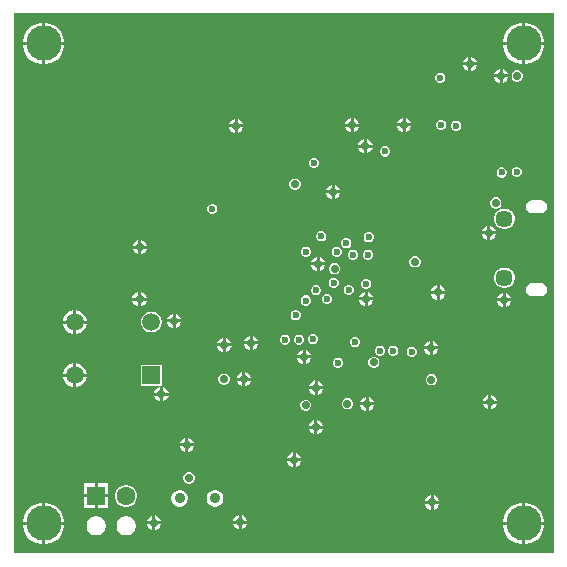
<source format=gbr>
G04*
G04 #@! TF.GenerationSoftware,Altium Limited,Altium Designer,24.8.2 (39)*
G04*
G04 Layer_Physical_Order=2*
G04 Layer_Color=36540*
%FSLAX26Y26*%
%MOIN*%
G70*
G04*
G04 #@! TF.SameCoordinates,943EF9C2-7E4B-4E9F-8D88-1E315B4C2DD2*
G04*
G04*
G04 #@! TF.FilePolarity,Positive*
G04*
G01*
G75*
%ADD56R,0.059055X0.059055*%
%ADD57C,0.059055*%
%ADD59C,0.057087*%
%ADD60C,0.062992*%
%ADD61R,0.062992X0.062992*%
%ADD62C,0.035433*%
%ADD68C,0.118110*%
%ADD69C,0.027559*%
%ADD70C,0.023622*%
G36*
X1800000Y0D02*
X0D01*
Y1800000D01*
X1800000D01*
Y0D01*
D02*
G37*
%LPC*%
G36*
X1706801Y1769055D02*
X1705000D01*
Y1705000D01*
X1769055D01*
Y1706801D01*
X1766401Y1720143D01*
X1761196Y1732710D01*
X1753639Y1744020D01*
X1744020Y1753639D01*
X1732710Y1761196D01*
X1720143Y1766401D01*
X1706801Y1769055D01*
D02*
G37*
G36*
X1695000D02*
X1693199D01*
X1679857Y1766401D01*
X1667290Y1761196D01*
X1655980Y1753639D01*
X1646361Y1744020D01*
X1638804Y1732710D01*
X1633599Y1720143D01*
X1630945Y1706801D01*
Y1705000D01*
X1695000D01*
Y1769055D01*
D02*
G37*
G36*
X106801D02*
X105000D01*
Y1705000D01*
X169055D01*
Y1706801D01*
X166401Y1720143D01*
X161196Y1732710D01*
X153639Y1744020D01*
X144020Y1753639D01*
X132710Y1761196D01*
X120143Y1766401D01*
X106801Y1769055D01*
D02*
G37*
G36*
X95000D02*
X93199D01*
X79857Y1766401D01*
X67290Y1761196D01*
X55980Y1753639D01*
X46361Y1744020D01*
X38804Y1732710D01*
X33599Y1720143D01*
X30945Y1706801D01*
Y1705000D01*
X95000D01*
Y1769055D01*
D02*
G37*
G36*
X1526000Y1655668D02*
Y1637000D01*
X1544668D01*
X1541159Y1645470D01*
X1534470Y1652159D01*
X1526000Y1655668D01*
D02*
G37*
G36*
X1516000D02*
X1507530Y1652159D01*
X1500841Y1645470D01*
X1497332Y1637000D01*
X1516000D01*
Y1655668D01*
D02*
G37*
G36*
X1769055Y1695000D02*
X1705000D01*
Y1630945D01*
X1706801D01*
X1720143Y1633599D01*
X1732710Y1638804D01*
X1744020Y1646361D01*
X1753639Y1655980D01*
X1761196Y1667290D01*
X1766401Y1679857D01*
X1769055Y1693199D01*
Y1695000D01*
D02*
G37*
G36*
X1695000D02*
X1630945D01*
Y1693199D01*
X1633599Y1679857D01*
X1638804Y1667290D01*
X1646361Y1655980D01*
X1655980Y1646361D01*
X1667290Y1638804D01*
X1679857Y1633599D01*
X1693199Y1630945D01*
X1695000D01*
Y1695000D01*
D02*
G37*
G36*
X169055D02*
X105000D01*
Y1630945D01*
X106801D01*
X120143Y1633599D01*
X132710Y1638804D01*
X144020Y1646361D01*
X153639Y1655980D01*
X161196Y1667290D01*
X166401Y1679857D01*
X169055Y1693199D01*
Y1695000D01*
D02*
G37*
G36*
X95000D02*
X30945D01*
Y1693199D01*
X33599Y1679857D01*
X38804Y1667290D01*
X46361Y1655980D01*
X55980Y1646361D01*
X67290Y1638804D01*
X79857Y1633599D01*
X93199Y1630945D01*
X95000D01*
Y1695000D01*
D02*
G37*
G36*
X1544668Y1627000D02*
X1526000D01*
Y1608332D01*
X1534470Y1611841D01*
X1541159Y1618530D01*
X1544668Y1627000D01*
D02*
G37*
G36*
X1516000D02*
X1497332D01*
X1500841Y1618530D01*
X1507530Y1611841D01*
X1516000Y1608332D01*
Y1627000D01*
D02*
G37*
G36*
X1631000Y1615668D02*
Y1597000D01*
X1649668D01*
X1646159Y1605470D01*
X1639470Y1612159D01*
X1631000Y1615668D01*
D02*
G37*
G36*
X1621000D02*
X1612530Y1612159D01*
X1605841Y1605470D01*
X1602332Y1597000D01*
X1621000D01*
Y1615668D01*
D02*
G37*
G36*
X1682736Y1610780D02*
X1675264D01*
X1668362Y1607920D01*
X1663080Y1602638D01*
X1660220Y1595736D01*
Y1588264D01*
X1663080Y1581362D01*
X1668362Y1576080D01*
X1675264Y1573220D01*
X1682736D01*
X1689638Y1576080D01*
X1694920Y1581362D01*
X1697780Y1588264D01*
Y1595736D01*
X1694920Y1602638D01*
X1689638Y1607920D01*
X1682736Y1610780D01*
D02*
G37*
G36*
X1426344Y1602811D02*
X1419656D01*
X1413477Y1600252D01*
X1408748Y1595523D01*
X1406189Y1589344D01*
Y1582656D01*
X1408748Y1576477D01*
X1413477Y1571748D01*
X1419656Y1569189D01*
X1426344D01*
X1432523Y1571748D01*
X1437252Y1576477D01*
X1439811Y1582656D01*
Y1589344D01*
X1437252Y1595523D01*
X1432523Y1600252D01*
X1426344Y1602811D01*
D02*
G37*
G36*
X1649668Y1587000D02*
X1631000D01*
Y1568332D01*
X1639470Y1571841D01*
X1646159Y1578530D01*
X1649668Y1587000D01*
D02*
G37*
G36*
X1621000D02*
X1602332D01*
X1605841Y1578530D01*
X1612530Y1571841D01*
X1621000Y1568332D01*
Y1587000D01*
D02*
G37*
G36*
X1307000Y1452668D02*
Y1434000D01*
X1325668D01*
X1322159Y1442470D01*
X1315470Y1449159D01*
X1307000Y1452668D01*
D02*
G37*
G36*
X1297000D02*
X1288530Y1449159D01*
X1281841Y1442470D01*
X1278332Y1434000D01*
X1297000D01*
Y1452668D01*
D02*
G37*
G36*
X1134000Y1451668D02*
Y1433000D01*
X1152668D01*
X1149159Y1441470D01*
X1142470Y1448159D01*
X1134000Y1451668D01*
D02*
G37*
G36*
X1124000D02*
X1115530Y1448159D01*
X1108841Y1441470D01*
X1105332Y1433000D01*
X1124000D01*
Y1451668D01*
D02*
G37*
G36*
X747000Y1448668D02*
Y1430000D01*
X765668D01*
X762159Y1438470D01*
X755470Y1445159D01*
X747000Y1448668D01*
D02*
G37*
G36*
X737000D02*
X728530Y1445159D01*
X721841Y1438470D01*
X718332Y1430000D01*
X737000D01*
Y1448668D01*
D02*
G37*
G36*
X1429344Y1444811D02*
X1422656D01*
X1416477Y1442252D01*
X1411748Y1437523D01*
X1409189Y1431344D01*
Y1424656D01*
X1411748Y1418477D01*
X1416477Y1413748D01*
X1422656Y1411189D01*
X1429344D01*
X1435523Y1413748D01*
X1440252Y1418477D01*
X1442811Y1424656D01*
Y1431344D01*
X1440252Y1437523D01*
X1435523Y1442252D01*
X1429344Y1444811D01*
D02*
G37*
G36*
X1479344Y1442811D02*
X1472656D01*
X1466477Y1440252D01*
X1461748Y1435523D01*
X1459189Y1429344D01*
Y1422656D01*
X1461748Y1416477D01*
X1466477Y1411748D01*
X1472656Y1409189D01*
X1479344D01*
X1485523Y1411748D01*
X1490252Y1416477D01*
X1492811Y1422656D01*
Y1429344D01*
X1490252Y1435523D01*
X1485523Y1440252D01*
X1479344Y1442811D01*
D02*
G37*
G36*
X1325668Y1424000D02*
X1307000D01*
Y1405332D01*
X1315470Y1408841D01*
X1322159Y1415530D01*
X1325668Y1424000D01*
D02*
G37*
G36*
X1297000D02*
X1278332D01*
X1281841Y1415530D01*
X1288530Y1408841D01*
X1297000Y1405332D01*
Y1424000D01*
D02*
G37*
G36*
X1152668Y1423000D02*
X1134000D01*
Y1404332D01*
X1142470Y1407841D01*
X1149159Y1414530D01*
X1152668Y1423000D01*
D02*
G37*
G36*
X1124000D02*
X1105332D01*
X1108841Y1414530D01*
X1115530Y1407841D01*
X1124000Y1404332D01*
Y1423000D01*
D02*
G37*
G36*
X765668Y1420000D02*
X747000D01*
Y1401332D01*
X755470Y1404841D01*
X762159Y1411530D01*
X765668Y1420000D01*
D02*
G37*
G36*
X737000D02*
X718332D01*
X721841Y1411530D01*
X728530Y1404841D01*
X737000Y1401332D01*
Y1420000D01*
D02*
G37*
G36*
X1178000Y1381668D02*
Y1363000D01*
X1196668D01*
X1193159Y1371470D01*
X1186470Y1378159D01*
X1178000Y1381668D01*
D02*
G37*
G36*
X1168000D02*
X1159530Y1378159D01*
X1152841Y1371470D01*
X1149332Y1363000D01*
X1168000D01*
Y1381668D01*
D02*
G37*
G36*
X1196668Y1353000D02*
X1178000D01*
Y1334332D01*
X1186470Y1337841D01*
X1193159Y1344530D01*
X1196668Y1353000D01*
D02*
G37*
G36*
X1168000D02*
X1149332D01*
X1152841Y1344530D01*
X1159530Y1337841D01*
X1168000Y1334332D01*
Y1353000D01*
D02*
G37*
G36*
X1242344Y1356811D02*
X1235656D01*
X1229477Y1354252D01*
X1224748Y1349523D01*
X1222189Y1343344D01*
Y1336656D01*
X1224748Y1330477D01*
X1229477Y1325748D01*
X1235656Y1323189D01*
X1242344D01*
X1248523Y1325748D01*
X1253252Y1330477D01*
X1255811Y1336656D01*
Y1343344D01*
X1253252Y1349523D01*
X1248523Y1354252D01*
X1242344Y1356811D01*
D02*
G37*
G36*
X1004344Y1317811D02*
X997656D01*
X991477Y1315252D01*
X986748Y1310523D01*
X984189Y1304344D01*
Y1297656D01*
X986748Y1291477D01*
X991477Y1286748D01*
X997656Y1284189D01*
X1004344D01*
X1010523Y1286748D01*
X1015252Y1291477D01*
X1017811Y1297656D01*
Y1304344D01*
X1015252Y1310523D01*
X1010523Y1315252D01*
X1004344Y1317811D01*
D02*
G37*
G36*
X1680344Y1287811D02*
X1673656D01*
X1667477Y1285252D01*
X1662748Y1280523D01*
X1660189Y1274344D01*
Y1267656D01*
X1662748Y1261477D01*
X1667477Y1256748D01*
X1673656Y1254189D01*
X1680344D01*
X1686523Y1256748D01*
X1691252Y1261477D01*
X1693811Y1267656D01*
Y1274344D01*
X1691252Y1280523D01*
X1686523Y1285252D01*
X1680344Y1287811D01*
D02*
G37*
G36*
X1630344Y1286811D02*
X1623656D01*
X1617477Y1284252D01*
X1612748Y1279523D01*
X1610189Y1273344D01*
Y1266656D01*
X1612748Y1260477D01*
X1617477Y1255748D01*
X1623656Y1253189D01*
X1630344D01*
X1636523Y1255748D01*
X1641252Y1260477D01*
X1643811Y1266656D01*
Y1273344D01*
X1641252Y1279523D01*
X1636523Y1284252D01*
X1630344Y1286811D01*
D02*
G37*
G36*
X941736Y1249780D02*
X934264D01*
X927362Y1246920D01*
X922080Y1241638D01*
X919221Y1234736D01*
Y1227264D01*
X922080Y1220362D01*
X927362Y1215080D01*
X934264Y1212220D01*
X941736D01*
X948638Y1215080D01*
X953920Y1220362D01*
X956779Y1227264D01*
Y1234736D01*
X953920Y1241638D01*
X948638Y1246920D01*
X941736Y1249780D01*
D02*
G37*
G36*
X1070000Y1229668D02*
Y1211000D01*
X1088668D01*
X1085159Y1219470D01*
X1078470Y1226159D01*
X1070000Y1229668D01*
D02*
G37*
G36*
X1060000D02*
X1051530Y1226159D01*
X1044841Y1219470D01*
X1041332Y1211000D01*
X1060000D01*
Y1229668D01*
D02*
G37*
G36*
X1088668Y1201000D02*
X1070000D01*
Y1182332D01*
X1078470Y1185841D01*
X1085159Y1192530D01*
X1088668Y1201000D01*
D02*
G37*
G36*
X1060000D02*
X1041332D01*
X1044841Y1192530D01*
X1051530Y1185841D01*
X1060000Y1182332D01*
Y1201000D01*
D02*
G37*
G36*
X1611550Y1186965D02*
X1604079D01*
X1597177Y1184106D01*
X1591894Y1178823D01*
X1589035Y1171921D01*
Y1164450D01*
X1591894Y1157548D01*
X1597177Y1152265D01*
X1604079Y1149406D01*
X1611550D01*
X1618452Y1152265D01*
X1623735Y1157548D01*
X1626594Y1164450D01*
Y1171921D01*
X1623735Y1178823D01*
X1618452Y1184106D01*
X1611550Y1186965D01*
D02*
G37*
G36*
X1756693Y1177852D02*
X1729134D01*
X1720624Y1176160D01*
X1713409Y1171339D01*
X1708589Y1164124D01*
X1706896Y1155614D01*
X1708589Y1147104D01*
X1713409Y1139889D01*
X1720624Y1135069D01*
X1729134Y1133376D01*
X1756693D01*
X1765203Y1135069D01*
X1772418Y1139889D01*
X1777239Y1147104D01*
X1778931Y1155614D01*
X1777239Y1164124D01*
X1772418Y1171339D01*
X1765203Y1176160D01*
X1756693Y1177852D01*
D02*
G37*
G36*
X666344Y1165811D02*
X659656D01*
X653477Y1163252D01*
X648748Y1158523D01*
X646189Y1152344D01*
Y1145656D01*
X648748Y1139477D01*
X653477Y1134748D01*
X659656Y1132189D01*
X666344D01*
X672523Y1134748D01*
X677252Y1139477D01*
X679811Y1145656D01*
Y1152344D01*
X677252Y1158523D01*
X672523Y1163252D01*
X666344Y1165811D01*
D02*
G37*
G36*
X1641031Y1149787D02*
X1632198D01*
X1623667Y1147501D01*
X1616018Y1143085D01*
X1609773Y1136840D01*
X1605357Y1129191D01*
X1603071Y1120660D01*
Y1111828D01*
X1605357Y1103297D01*
X1609773Y1095648D01*
X1616018Y1089403D01*
X1623667Y1084987D01*
X1632198Y1082701D01*
X1641031D01*
X1649562Y1084987D01*
X1657210Y1089403D01*
X1663456Y1095648D01*
X1667872Y1103297D01*
X1670158Y1111828D01*
Y1120660D01*
X1667872Y1129191D01*
X1663456Y1136840D01*
X1657210Y1143085D01*
X1649562Y1147501D01*
X1641031Y1149787D01*
D02*
G37*
G36*
X1589000Y1092668D02*
Y1074000D01*
X1607668D01*
X1604159Y1082470D01*
X1597470Y1089159D01*
X1589000Y1092668D01*
D02*
G37*
G36*
X1579000D02*
X1570530Y1089159D01*
X1563841Y1082470D01*
X1560332Y1074000D01*
X1579000D01*
Y1092668D01*
D02*
G37*
G36*
X1607668Y1064000D02*
X1589000D01*
Y1045332D01*
X1597470Y1048841D01*
X1604159Y1055530D01*
X1607668Y1064000D01*
D02*
G37*
G36*
X1579000D02*
X1560332D01*
X1563841Y1055530D01*
X1570530Y1048841D01*
X1579000Y1045332D01*
Y1064000D01*
D02*
G37*
G36*
X1029344Y1073811D02*
X1022656D01*
X1016477Y1071252D01*
X1011748Y1066523D01*
X1009189Y1060344D01*
Y1053656D01*
X1011748Y1047477D01*
X1016477Y1042748D01*
X1022656Y1040189D01*
X1029344D01*
X1035523Y1042748D01*
X1040252Y1047477D01*
X1042811Y1053656D01*
Y1060344D01*
X1040252Y1066523D01*
X1035523Y1071252D01*
X1029344Y1073811D01*
D02*
G37*
G36*
X1187344Y1070840D02*
X1180656D01*
X1174477Y1068281D01*
X1169748Y1063552D01*
X1167189Y1057373D01*
Y1050685D01*
X1169748Y1044507D01*
X1174477Y1039778D01*
X1180656Y1037218D01*
X1187344D01*
X1193523Y1039778D01*
X1198252Y1044507D01*
X1200811Y1050685D01*
Y1057373D01*
X1198252Y1063552D01*
X1193523Y1068281D01*
X1187344Y1070840D01*
D02*
G37*
G36*
X426000Y1044668D02*
Y1026000D01*
X444668D01*
X441159Y1034470D01*
X434470Y1041159D01*
X426000Y1044668D01*
D02*
G37*
G36*
X416000D02*
X407530Y1041159D01*
X400841Y1034470D01*
X397332Y1026000D01*
X416000D01*
Y1044668D01*
D02*
G37*
G36*
X1112644Y1050882D02*
X1105956D01*
X1099777Y1048322D01*
X1095048Y1043593D01*
X1092489Y1037415D01*
Y1030727D01*
X1095048Y1024548D01*
X1099777Y1019819D01*
X1105956Y1017260D01*
X1112644D01*
X1118822Y1019819D01*
X1123551Y1024548D01*
X1126111Y1030727D01*
Y1037415D01*
X1123551Y1043593D01*
X1118822Y1048322D01*
X1112644Y1050882D01*
D02*
G37*
G36*
X444668Y1016000D02*
X426000D01*
Y997332D01*
X434470Y1000841D01*
X441159Y1007530D01*
X444668Y1016000D01*
D02*
G37*
G36*
X416000D02*
X397332D01*
X400841Y1007530D01*
X407530Y1000841D01*
X416000Y997332D01*
Y1016000D01*
D02*
G37*
G36*
X978386Y1022853D02*
X971698D01*
X965519Y1020293D01*
X960790Y1015564D01*
X958231Y1009386D01*
Y1002698D01*
X960790Y996519D01*
X965519Y991790D01*
X971698Y989231D01*
X978386D01*
X984564Y991790D01*
X989293Y996519D01*
X991853Y1002698D01*
Y1009386D01*
X989293Y1015564D01*
X984564Y1020293D01*
X978386Y1022853D01*
D02*
G37*
G36*
X1080344Y1022811D02*
X1073656D01*
X1067477Y1020252D01*
X1062748Y1015523D01*
X1060189Y1009344D01*
Y1002656D01*
X1062748Y996477D01*
X1067477Y991748D01*
X1073656Y989189D01*
X1080344D01*
X1086523Y991748D01*
X1091252Y996477D01*
X1093811Y1002656D01*
Y1009344D01*
X1091252Y1015523D01*
X1086523Y1020252D01*
X1080344Y1022811D01*
D02*
G37*
G36*
X1184344Y1012811D02*
X1177656D01*
X1171477Y1010252D01*
X1166748Y1005523D01*
X1164189Y999344D01*
Y992656D01*
X1166748Y986477D01*
X1171477Y981748D01*
X1177656Y979189D01*
X1184344D01*
X1190523Y981748D01*
X1195252Y986477D01*
X1197811Y992656D01*
Y999344D01*
X1195252Y1005523D01*
X1190523Y1010252D01*
X1184344Y1012811D01*
D02*
G37*
G36*
X1134344D02*
X1127656D01*
X1121477Y1010252D01*
X1116748Y1005523D01*
X1114189Y999344D01*
Y992656D01*
X1116748Y986477D01*
X1121477Y981748D01*
X1127656Y979189D01*
X1134344D01*
X1140523Y981748D01*
X1145252Y986477D01*
X1147811Y992656D01*
Y999344D01*
X1145252Y1005523D01*
X1140523Y1010252D01*
X1134344Y1012811D01*
D02*
G37*
G36*
X1021000Y989668D02*
Y971000D01*
X1039668D01*
X1036159Y979470D01*
X1029470Y986159D01*
X1021000Y989668D01*
D02*
G37*
G36*
X1011000D02*
X1002530Y986159D01*
X995841Y979470D01*
X992332Y971000D01*
X1011000D01*
Y989668D01*
D02*
G37*
G36*
X1341736Y991000D02*
X1334264D01*
X1327362Y988141D01*
X1322080Y982858D01*
X1319220Y975956D01*
Y968485D01*
X1322080Y961583D01*
X1327362Y956300D01*
X1334264Y953441D01*
X1341736D01*
X1348638Y956300D01*
X1353920Y961583D01*
X1356780Y968485D01*
Y975956D01*
X1353920Y982858D01*
X1348638Y988141D01*
X1341736Y991000D01*
D02*
G37*
G36*
X1039668Y961000D02*
X1021000D01*
Y942332D01*
X1029470Y945841D01*
X1036159Y952530D01*
X1039668Y961000D01*
D02*
G37*
G36*
X1011000D02*
X992332D01*
X995841Y952530D01*
X1002530Y945841D01*
X1011000Y942332D01*
Y961000D01*
D02*
G37*
G36*
X1073736Y967779D02*
X1066264D01*
X1059362Y964920D01*
X1054080Y959638D01*
X1051220Y952736D01*
Y945264D01*
X1054080Y938362D01*
X1059362Y933080D01*
X1066264Y930221D01*
X1073736D01*
X1080638Y933080D01*
X1085920Y938362D01*
X1088780Y945264D01*
Y952736D01*
X1085920Y959638D01*
X1080638Y964920D01*
X1073736Y967779D01*
D02*
G37*
G36*
X1070344Y919811D02*
X1063656D01*
X1057477Y917252D01*
X1052748Y912523D01*
X1050189Y906344D01*
Y899656D01*
X1052748Y893477D01*
X1057477Y888748D01*
X1063656Y886189D01*
X1070344D01*
X1076523Y888748D01*
X1081252Y893477D01*
X1083811Y899656D01*
Y906344D01*
X1081252Y912523D01*
X1076523Y917252D01*
X1070344Y919811D01*
D02*
G37*
G36*
X1641031Y952937D02*
X1632198D01*
X1623667Y950651D01*
X1616018Y946235D01*
X1609773Y939990D01*
X1605357Y932341D01*
X1603071Y923810D01*
Y914978D01*
X1605357Y906447D01*
X1609773Y898798D01*
X1616018Y892552D01*
X1623667Y888136D01*
X1632198Y885850D01*
X1641031D01*
X1649562Y888136D01*
X1657210Y892552D01*
X1663456Y898798D01*
X1667872Y906447D01*
X1670158Y914978D01*
Y923810D01*
X1667872Y932341D01*
X1663456Y939990D01*
X1657210Y946235D01*
X1649562Y950651D01*
X1641031Y952937D01*
D02*
G37*
G36*
X1179344Y915811D02*
X1172656D01*
X1166477Y913252D01*
X1161748Y908523D01*
X1159189Y902344D01*
Y895656D01*
X1161748Y889477D01*
X1166477Y884748D01*
X1172656Y882189D01*
X1179344D01*
X1185523Y884748D01*
X1190252Y889477D01*
X1192811Y895656D01*
Y902344D01*
X1190252Y908523D01*
X1185523Y913252D01*
X1179344Y915811D01*
D02*
G37*
G36*
X1420000Y893668D02*
Y875000D01*
X1438668D01*
X1435159Y883470D01*
X1428470Y890159D01*
X1420000Y893668D01*
D02*
G37*
G36*
X1410000D02*
X1401530Y890159D01*
X1394841Y883470D01*
X1391332Y875000D01*
X1410000D01*
Y893668D01*
D02*
G37*
G36*
X1120344Y895811D02*
X1113656D01*
X1107477Y893252D01*
X1102748Y888523D01*
X1100189Y882344D01*
Y875656D01*
X1102748Y869477D01*
X1107477Y864748D01*
X1113656Y862189D01*
X1120344D01*
X1126523Y864748D01*
X1131252Y869477D01*
X1133811Y875656D01*
Y882344D01*
X1131252Y888523D01*
X1126523Y893252D01*
X1120344Y895811D01*
D02*
G37*
G36*
X1011344Y893811D02*
X1004656D01*
X998477Y891252D01*
X993748Y886523D01*
X991189Y880344D01*
Y873656D01*
X993748Y867477D01*
X998477Y862748D01*
X1004656Y860189D01*
X1011344D01*
X1017523Y862748D01*
X1022252Y867477D01*
X1024811Y873656D01*
Y880344D01*
X1022252Y886523D01*
X1017523Y891252D01*
X1011344Y893811D01*
D02*
G37*
G36*
X1756693Y902262D02*
X1729134D01*
X1720624Y900569D01*
X1713409Y895749D01*
X1708589Y888534D01*
X1706896Y880024D01*
X1708589Y871513D01*
X1713409Y864299D01*
X1720624Y859478D01*
X1729134Y857785D01*
X1756693D01*
X1765203Y859478D01*
X1772418Y864299D01*
X1777239Y871513D01*
X1778931Y880024D01*
X1777239Y888534D01*
X1772418Y895749D01*
X1765203Y900569D01*
X1756693Y902262D01*
D02*
G37*
G36*
X1181000Y872668D02*
Y854000D01*
X1199668D01*
X1196159Y862470D01*
X1189470Y869159D01*
X1181000Y872668D01*
D02*
G37*
G36*
X1171000D02*
X1162530Y869159D01*
X1155841Y862470D01*
X1152332Y854000D01*
X1171000D01*
Y872668D01*
D02*
G37*
G36*
X425000Y870668D02*
Y852000D01*
X443668D01*
X440159Y860470D01*
X433470Y867159D01*
X425000Y870668D01*
D02*
G37*
G36*
X415000D02*
X406530Y867159D01*
X399841Y860470D01*
X396332Y852000D01*
X415000D01*
Y870668D01*
D02*
G37*
G36*
X1640000Y869668D02*
Y851000D01*
X1658668D01*
X1655159Y859470D01*
X1648470Y866159D01*
X1640000Y869668D01*
D02*
G37*
G36*
X1630000D02*
X1621530Y866159D01*
X1614841Y859470D01*
X1611332Y851000D01*
X1630000D01*
Y869668D01*
D02*
G37*
G36*
X1438668Y865000D02*
X1420000D01*
Y846332D01*
X1428470Y849841D01*
X1435159Y856530D01*
X1438668Y865000D01*
D02*
G37*
G36*
X1410000D02*
X1391332D01*
X1394841Y856530D01*
X1401530Y849841D01*
X1410000Y846332D01*
Y865000D01*
D02*
G37*
G36*
X1048533Y864811D02*
X1041845D01*
X1035666Y862252D01*
X1030937Y857523D01*
X1028378Y851344D01*
Y844656D01*
X1030937Y838477D01*
X1035666Y833748D01*
X1041845Y831189D01*
X1048533D01*
X1054712Y833748D01*
X1059441Y838477D01*
X1062000Y844656D01*
Y851344D01*
X1059441Y857523D01*
X1054712Y862252D01*
X1048533Y864811D01*
D02*
G37*
G36*
X977219Y860000D02*
X970531D01*
X964352Y857440D01*
X959623Y852711D01*
X957064Y846533D01*
Y839845D01*
X959623Y833666D01*
X964352Y828937D01*
X970531Y826378D01*
X977219D01*
X983398Y828937D01*
X988126Y833666D01*
X990686Y839845D01*
Y846533D01*
X988126Y852711D01*
X983398Y857440D01*
X977219Y860000D01*
D02*
G37*
G36*
X1199668Y844000D02*
X1181000D01*
Y825332D01*
X1189470Y828841D01*
X1196159Y835530D01*
X1199668Y844000D01*
D02*
G37*
G36*
X1171000D02*
X1152332D01*
X1155841Y835530D01*
X1162530Y828841D01*
X1171000Y825332D01*
Y844000D01*
D02*
G37*
G36*
X443668Y842000D02*
X425000D01*
Y823332D01*
X433470Y826841D01*
X440159Y833530D01*
X443668Y842000D01*
D02*
G37*
G36*
X415000D02*
X396332D01*
X399841Y833530D01*
X406530Y826841D01*
X415000Y823332D01*
Y842000D01*
D02*
G37*
G36*
X1658668Y841000D02*
X1640000D01*
Y822332D01*
X1648470Y825841D01*
X1655159Y832530D01*
X1658668Y841000D01*
D02*
G37*
G36*
X1630000D02*
X1611332D01*
X1614841Y832530D01*
X1621530Y825841D01*
X1630000Y822332D01*
Y841000D01*
D02*
G37*
G36*
X540210Y799878D02*
Y781210D01*
X558878D01*
X555369Y789680D01*
X548680Y796369D01*
X540210Y799878D01*
D02*
G37*
G36*
X530210D02*
X521740Y796369D01*
X515051Y789680D01*
X511542Y781210D01*
X530210D01*
Y799878D01*
D02*
G37*
G36*
X943690Y810811D02*
X937003D01*
X930824Y808252D01*
X926095Y803523D01*
X923535Y797344D01*
Y790656D01*
X926095Y784477D01*
X930824Y779748D01*
X937003Y777189D01*
X943690D01*
X949869Y779748D01*
X954598Y784477D01*
X957157Y790656D01*
Y797344D01*
X954598Y803523D01*
X949869Y808252D01*
X943690Y810811D01*
D02*
G37*
G36*
X209251Y811110D02*
X209047D01*
Y776583D01*
X243575D01*
Y776787D01*
X240881Y786840D01*
X235677Y795853D01*
X228318Y803212D01*
X219304Y808416D01*
X209251Y811110D01*
D02*
G37*
G36*
X199047D02*
X198844D01*
X188790Y808416D01*
X179777Y803212D01*
X172417Y795853D01*
X167214Y786840D01*
X164520Y776787D01*
Y776583D01*
X199047D01*
Y811110D01*
D02*
G37*
G36*
X558878Y771210D02*
X540210D01*
Y752542D01*
X548680Y756051D01*
X555369Y762740D01*
X558878Y771210D01*
D02*
G37*
G36*
X530210D02*
X511542D01*
X515051Y762740D01*
X521740Y756051D01*
X530210Y752542D01*
Y771210D01*
D02*
G37*
G36*
X464498Y806110D02*
X455407D01*
X446626Y803757D01*
X438752Y799211D01*
X432324Y792783D01*
X427778Y784910D01*
X425425Y776128D01*
Y767037D01*
X427778Y758255D01*
X432324Y750382D01*
X438752Y743954D01*
X446626Y739408D01*
X455407Y737055D01*
X464498D01*
X473280Y739408D01*
X481153Y743954D01*
X487582Y750382D01*
X492127Y758255D01*
X494480Y767037D01*
Y776128D01*
X492127Y784910D01*
X487582Y792783D01*
X481153Y799211D01*
X473280Y803757D01*
X464498Y806110D01*
D02*
G37*
G36*
X243575Y766583D02*
X209047D01*
Y732055D01*
X209251D01*
X219304Y734749D01*
X228318Y739953D01*
X235677Y747312D01*
X240881Y756326D01*
X243575Y766379D01*
Y766583D01*
D02*
G37*
G36*
X199047D02*
X164520D01*
Y766379D01*
X167214Y756326D01*
X172417Y747312D01*
X179777Y739953D01*
X188790Y734749D01*
X198844Y732055D01*
X199047D01*
Y766583D01*
D02*
G37*
G36*
X797000Y725668D02*
Y707000D01*
X815668D01*
X812159Y715470D01*
X805470Y722159D01*
X797000Y725668D01*
D02*
G37*
G36*
X787000D02*
X778530Y722159D01*
X771841Y715470D01*
X768332Y707000D01*
X787000D01*
Y725668D01*
D02*
G37*
G36*
X708000Y719668D02*
Y701000D01*
X726668D01*
X723159Y709470D01*
X716470Y716159D01*
X708000Y719668D01*
D02*
G37*
G36*
X698000D02*
X689530Y716159D01*
X682841Y709470D01*
X679332Y701000D01*
X698000D01*
Y719668D01*
D02*
G37*
G36*
X1002344Y731024D02*
X995656D01*
X989477Y728464D01*
X984748Y723735D01*
X982189Y717557D01*
Y710869D01*
X984748Y704690D01*
X989477Y699961D01*
X995656Y697402D01*
X1002344D01*
X1008523Y699961D01*
X1013252Y704690D01*
X1015811Y710869D01*
Y717557D01*
X1013252Y723735D01*
X1008523Y728464D01*
X1002344Y731024D01*
D02*
G37*
G36*
X955344Y729811D02*
X948656D01*
X942477Y727252D01*
X937748Y722523D01*
X935189Y716344D01*
Y709656D01*
X937748Y703477D01*
X942477Y698748D01*
X948656Y696189D01*
X955344D01*
X961523Y698748D01*
X966252Y703477D01*
X968811Y709656D01*
Y716344D01*
X966252Y722523D01*
X961523Y727252D01*
X955344Y729811D01*
D02*
G37*
G36*
X908344D02*
X901656D01*
X895477Y727252D01*
X890748Y722523D01*
X888189Y716344D01*
Y709656D01*
X890748Y703477D01*
X895477Y698748D01*
X901656Y696189D01*
X908344D01*
X914523Y698748D01*
X919252Y703477D01*
X921811Y709656D01*
Y716344D01*
X919252Y722523D01*
X914523Y727252D01*
X908344Y729811D01*
D02*
G37*
G36*
X1397000Y708668D02*
Y690000D01*
X1415668D01*
X1412159Y698470D01*
X1405470Y705159D01*
X1397000Y708668D01*
D02*
G37*
G36*
X1387000D02*
X1378530Y705159D01*
X1371841Y698470D01*
X1368332Y690000D01*
X1387000D01*
Y708668D01*
D02*
G37*
G36*
X1142344Y720811D02*
X1135656D01*
X1129477Y718252D01*
X1124748Y713523D01*
X1122189Y707344D01*
Y700656D01*
X1124748Y694477D01*
X1129477Y689748D01*
X1135656Y687189D01*
X1142344D01*
X1148523Y689748D01*
X1153252Y694477D01*
X1155811Y700656D01*
Y707344D01*
X1153252Y713523D01*
X1148523Y718252D01*
X1142344Y720811D01*
D02*
G37*
G36*
X815668Y697000D02*
X797000D01*
Y678332D01*
X805470Y681841D01*
X812159Y688530D01*
X815668Y697000D01*
D02*
G37*
G36*
X787000D02*
X768332D01*
X771841Y688530D01*
X778530Y681841D01*
X787000Y678332D01*
Y697000D01*
D02*
G37*
G36*
X726668Y691000D02*
X708000D01*
Y672332D01*
X716470Y675841D01*
X723159Y682530D01*
X726668Y691000D01*
D02*
G37*
G36*
X698000D02*
X679332D01*
X682841Y682530D01*
X689530Y675841D01*
X698000Y672332D01*
Y691000D01*
D02*
G37*
G36*
X1415668Y680000D02*
X1397000D01*
Y661332D01*
X1405470Y664841D01*
X1412159Y671530D01*
X1415668Y680000D01*
D02*
G37*
G36*
X1387000D02*
X1368332D01*
X1371841Y671530D01*
X1378530Y664841D01*
X1387000Y661332D01*
Y680000D01*
D02*
G37*
G36*
X974000Y678668D02*
Y660000D01*
X992668D01*
X989159Y668470D01*
X982470Y675159D01*
X974000Y678668D01*
D02*
G37*
G36*
X964000D02*
X955530Y675159D01*
X948841Y668470D01*
X945332Y660000D01*
X964000D01*
Y678668D01*
D02*
G37*
G36*
X1269344Y692811D02*
X1262656D01*
X1256477Y690252D01*
X1251748Y685523D01*
X1249189Y679344D01*
Y672656D01*
X1251748Y666477D01*
X1256477Y661748D01*
X1262656Y659189D01*
X1269344D01*
X1275523Y661748D01*
X1280252Y666477D01*
X1282811Y672656D01*
Y679344D01*
X1280252Y685523D01*
X1275523Y690252D01*
X1269344Y692811D01*
D02*
G37*
G36*
X1224344D02*
X1217656D01*
X1211477Y690252D01*
X1206748Y685523D01*
X1204189Y679344D01*
Y672656D01*
X1206748Y666477D01*
X1211477Y661748D01*
X1217656Y659189D01*
X1224344D01*
X1230523Y661748D01*
X1235252Y666477D01*
X1237811Y672656D01*
Y679344D01*
X1235252Y685523D01*
X1230523Y690252D01*
X1224344Y692811D01*
D02*
G37*
G36*
X1330344Y689811D02*
X1323656D01*
X1317477Y687252D01*
X1312748Y682523D01*
X1310189Y676344D01*
Y669656D01*
X1312748Y663477D01*
X1317477Y658748D01*
X1323656Y656189D01*
X1330344D01*
X1336523Y658748D01*
X1341252Y663477D01*
X1343811Y669656D01*
Y676344D01*
X1341252Y682523D01*
X1336523Y687252D01*
X1330344Y689811D01*
D02*
G37*
G36*
X992668Y650000D02*
X974000D01*
Y631332D01*
X982470Y634841D01*
X989159Y641530D01*
X992668Y650000D01*
D02*
G37*
G36*
X964000D02*
X945332D01*
X948841Y641530D01*
X955530Y634841D01*
X964000Y631332D01*
Y650000D01*
D02*
G37*
G36*
X1084344Y652811D02*
X1077656D01*
X1071477Y650252D01*
X1066748Y645523D01*
X1064189Y639344D01*
Y632656D01*
X1066748Y626477D01*
X1071477Y621748D01*
X1077656Y619189D01*
X1084344D01*
X1090523Y621748D01*
X1095252Y626477D01*
X1097811Y632656D01*
Y639344D01*
X1095252Y645523D01*
X1090523Y650252D01*
X1084344Y652811D01*
D02*
G37*
G36*
X1204736Y655779D02*
X1197264D01*
X1190362Y652920D01*
X1185080Y647638D01*
X1182220Y640736D01*
Y633264D01*
X1185080Y626362D01*
X1190362Y621080D01*
X1197264Y618221D01*
X1204736D01*
X1211638Y621080D01*
X1216920Y626362D01*
X1219780Y633264D01*
Y640736D01*
X1216920Y647638D01*
X1211638Y652920D01*
X1204736Y655779D01*
D02*
G37*
G36*
X209251Y633945D02*
X209047D01*
Y599417D01*
X243575D01*
Y599621D01*
X240881Y609674D01*
X235677Y618688D01*
X228318Y626047D01*
X219304Y631251D01*
X209251Y633945D01*
D02*
G37*
G36*
X199047D02*
X198844D01*
X188790Y631251D01*
X179777Y626047D01*
X172417Y618688D01*
X167214Y609674D01*
X164520Y599621D01*
Y599417D01*
X199047D01*
Y633945D01*
D02*
G37*
G36*
X772000Y604668D02*
Y586000D01*
X790668D01*
X787159Y594470D01*
X780470Y601159D01*
X772000Y604668D01*
D02*
G37*
G36*
X762000D02*
X753530Y601159D01*
X746841Y594470D01*
X743332Y586000D01*
X762000D01*
Y604668D01*
D02*
G37*
G36*
X705736Y599779D02*
X698264D01*
X691362Y596920D01*
X686080Y591638D01*
X683221Y584736D01*
Y577264D01*
X686080Y570362D01*
X691362Y565080D01*
X698264Y562221D01*
X705736D01*
X712638Y565080D01*
X717920Y570362D01*
X720779Y577264D01*
Y584736D01*
X717920Y591638D01*
X712638Y596920D01*
X705736Y599779D01*
D02*
G37*
G36*
X1396736Y597779D02*
X1389264D01*
X1382362Y594920D01*
X1377080Y589638D01*
X1374220Y582736D01*
Y575264D01*
X1377080Y568362D01*
X1382362Y563080D01*
X1389264Y560221D01*
X1396736D01*
X1403638Y563080D01*
X1408920Y568362D01*
X1411780Y575264D01*
Y582736D01*
X1408920Y589638D01*
X1403638Y594920D01*
X1396736Y597779D01*
D02*
G37*
G36*
X494480Y628945D02*
X425425D01*
Y559890D01*
X494480D01*
Y628945D01*
D02*
G37*
G36*
X1014000Y576668D02*
Y558000D01*
X1032668D01*
X1029159Y566470D01*
X1022470Y573159D01*
X1014000Y576668D01*
D02*
G37*
G36*
X1004000D02*
X995530Y573159D01*
X988841Y566470D01*
X985332Y558000D01*
X1004000D01*
Y576668D01*
D02*
G37*
G36*
X790668Y576000D02*
X772000D01*
Y557332D01*
X780470Y560841D01*
X787159Y567530D01*
X790668Y576000D01*
D02*
G37*
G36*
X762000D02*
X743332D01*
X746841Y567530D01*
X753530Y560841D01*
X762000Y557332D01*
Y576000D01*
D02*
G37*
G36*
X243575Y589417D02*
X209047D01*
Y554890D01*
X209251D01*
X219304Y557583D01*
X228318Y562787D01*
X235677Y570147D01*
X240881Y579160D01*
X243575Y589213D01*
Y589417D01*
D02*
G37*
G36*
X199047D02*
X164520D01*
Y589213D01*
X167214Y579160D01*
X172417Y570147D01*
X179777Y562787D01*
X188790Y557583D01*
X198844Y554890D01*
X199047D01*
Y589417D01*
D02*
G37*
G36*
X498000Y554668D02*
Y536000D01*
X516668D01*
X513159Y544470D01*
X506470Y551159D01*
X498000Y554668D01*
D02*
G37*
G36*
X488000D02*
X479530Y551159D01*
X472841Y544470D01*
X469332Y536000D01*
X488000D01*
Y554668D01*
D02*
G37*
G36*
X1032668Y548000D02*
X1014000D01*
Y529332D01*
X1022470Y532841D01*
X1029159Y539530D01*
X1032668Y548000D01*
D02*
G37*
G36*
X1004000D02*
X985332D01*
X988841Y539530D01*
X995530Y532841D01*
X1004000Y529332D01*
Y548000D01*
D02*
G37*
G36*
X1592000Y527668D02*
Y509000D01*
X1610668D01*
X1607159Y517470D01*
X1600470Y524159D01*
X1592000Y527668D01*
D02*
G37*
G36*
X1582000D02*
X1573530Y524159D01*
X1566841Y517470D01*
X1563332Y509000D01*
X1582000D01*
Y527668D01*
D02*
G37*
G36*
X516668Y526000D02*
X498000D01*
Y507332D01*
X506470Y510841D01*
X513159Y517530D01*
X516668Y526000D01*
D02*
G37*
G36*
X488000D02*
X469332D01*
X472841Y517530D01*
X479530Y510841D01*
X488000Y507332D01*
Y526000D01*
D02*
G37*
G36*
X1184501Y521999D02*
Y503332D01*
X1203169D01*
X1199660Y511802D01*
X1192971Y518491D01*
X1184501Y521999D01*
D02*
G37*
G36*
X1174501D02*
X1166031Y518491D01*
X1159342Y511802D01*
X1155833Y503332D01*
X1174501D01*
Y521999D01*
D02*
G37*
G36*
X1610668Y499000D02*
X1592000D01*
Y480332D01*
X1600470Y483841D01*
X1607159Y490530D01*
X1610668Y499000D01*
D02*
G37*
G36*
X1582000D02*
X1563332D01*
X1566841Y490530D01*
X1573530Y483841D01*
X1582000Y480332D01*
Y499000D01*
D02*
G37*
G36*
X1116736Y517779D02*
X1109264D01*
X1102362Y514920D01*
X1097080Y509638D01*
X1094220Y502736D01*
Y495264D01*
X1097080Y488362D01*
X1102362Y483079D01*
X1109264Y480221D01*
X1116736D01*
X1123638Y483079D01*
X1128920Y488362D01*
X1131780Y495264D01*
Y502736D01*
X1128920Y509638D01*
X1123638Y514920D01*
X1116736Y517779D01*
D02*
G37*
G36*
X977736Y512779D02*
X970264D01*
X963362Y509921D01*
X958080Y504638D01*
X955221Y497736D01*
Y490264D01*
X958080Y483362D01*
X963362Y478079D01*
X970264Y475221D01*
X977736D01*
X984638Y478079D01*
X989920Y483362D01*
X992779Y490264D01*
Y497736D01*
X989920Y504638D01*
X984638Y509921D01*
X977736Y512779D01*
D02*
G37*
G36*
X1203169Y493332D02*
X1184501D01*
Y474664D01*
X1192971Y478172D01*
X1199660Y484862D01*
X1203169Y493332D01*
D02*
G37*
G36*
X1174501D02*
X1155833D01*
X1159342Y484862D01*
X1166031Y478172D01*
X1174501Y474664D01*
Y493332D01*
D02*
G37*
G36*
X1013000Y444668D02*
Y426000D01*
X1031668D01*
X1028159Y434470D01*
X1021470Y441159D01*
X1013000Y444668D01*
D02*
G37*
G36*
X1003000D02*
X994530Y441159D01*
X987841Y434470D01*
X984332Y426000D01*
X1003000D01*
Y444668D01*
D02*
G37*
G36*
X1031668Y416000D02*
X1013000D01*
Y397332D01*
X1021470Y400841D01*
X1028159Y407530D01*
X1031668Y416000D01*
D02*
G37*
G36*
X1003000D02*
X984332D01*
X987841Y407530D01*
X994530Y400841D01*
X1003000Y397332D01*
Y416000D01*
D02*
G37*
G36*
X583000Y385668D02*
Y367000D01*
X601668D01*
X598159Y375470D01*
X591470Y382159D01*
X583000Y385668D01*
D02*
G37*
G36*
X573000D02*
X564530Y382159D01*
X557841Y375470D01*
X554332Y367000D01*
X573000D01*
Y385668D01*
D02*
G37*
G36*
X601668Y357000D02*
X583000D01*
Y338332D01*
X591470Y341841D01*
X598159Y348530D01*
X601668Y357000D01*
D02*
G37*
G36*
X573000D02*
X554332D01*
X557841Y348530D01*
X564530Y341841D01*
X573000Y338332D01*
Y357000D01*
D02*
G37*
G36*
X941000Y336668D02*
Y318000D01*
X959668D01*
X956159Y326470D01*
X949470Y333159D01*
X941000Y336668D01*
D02*
G37*
G36*
X931000D02*
X922530Y333159D01*
X915841Y326470D01*
X912332Y318000D01*
X931000D01*
Y336668D01*
D02*
G37*
G36*
X959668Y308000D02*
X941000D01*
Y289332D01*
X949470Y292841D01*
X956159Y299530D01*
X959668Y308000D01*
D02*
G37*
G36*
X931000D02*
X912332D01*
X915841Y299530D01*
X922530Y292841D01*
X931000Y289332D01*
Y308000D01*
D02*
G37*
G36*
X588736Y270779D02*
X581264D01*
X574362Y267921D01*
X569080Y262638D01*
X566221Y255736D01*
Y248264D01*
X569080Y241362D01*
X574362Y236079D01*
X581264Y233220D01*
X588736D01*
X595638Y236079D01*
X600920Y241362D01*
X603779Y248264D01*
Y255736D01*
X600920Y262638D01*
X595638Y267921D01*
X588736Y270779D01*
D02*
G37*
G36*
X316496Y233496D02*
X280000D01*
Y197000D01*
X316496D01*
Y233496D01*
D02*
G37*
G36*
X270000D02*
X233504D01*
Y197000D01*
X270000D01*
Y233496D01*
D02*
G37*
G36*
X1401000Y193668D02*
Y175000D01*
X1419668D01*
X1416159Y183470D01*
X1409470Y190159D01*
X1401000Y193668D01*
D02*
G37*
G36*
X1391000D02*
X1382530Y190159D01*
X1375841Y183470D01*
X1372332Y175000D01*
X1391000D01*
Y193668D01*
D02*
G37*
G36*
X675649Y211716D02*
X668351D01*
X661302Y209828D01*
X654982Y206179D01*
X649821Y201018D01*
X646172Y194698D01*
X644284Y187649D01*
Y180351D01*
X646172Y173302D01*
X649821Y166982D01*
X654982Y161821D01*
X661302Y158172D01*
X668351Y156284D01*
X675649D01*
X682698Y158172D01*
X689018Y161821D01*
X694179Y166982D01*
X697828Y173302D01*
X699716Y180351D01*
Y187649D01*
X697828Y194698D01*
X694179Y201018D01*
X689018Y206179D01*
X682698Y209828D01*
X675649Y211716D01*
D02*
G37*
G36*
X557539D02*
X550241D01*
X543192Y209828D01*
X536871Y206179D01*
X531711Y201018D01*
X528062Y194698D01*
X526173Y187649D01*
Y180351D01*
X528062Y173302D01*
X531711Y166982D01*
X536871Y161821D01*
X543192Y158172D01*
X550241Y156284D01*
X557539D01*
X564588Y158172D01*
X570908Y161821D01*
X576068Y166982D01*
X579717Y173302D01*
X581606Y180351D01*
Y187649D01*
X579717Y194698D01*
X576068Y201018D01*
X570908Y206179D01*
X564588Y209828D01*
X557539Y211716D01*
D02*
G37*
G36*
X379805Y228496D02*
X370195D01*
X360913Y226009D01*
X352591Y221204D01*
X345796Y214409D01*
X340991Y206087D01*
X338504Y196805D01*
Y187195D01*
X340991Y177913D01*
X345796Y169591D01*
X352591Y162796D01*
X360913Y157991D01*
X370195Y155504D01*
X379805D01*
X389087Y157991D01*
X397409Y162796D01*
X404204Y169591D01*
X409009Y177913D01*
X411496Y187195D01*
Y196805D01*
X409009Y206087D01*
X404204Y214409D01*
X397409Y221204D01*
X389087Y226009D01*
X379805Y228496D01*
D02*
G37*
G36*
X316496Y187000D02*
X280000D01*
Y150504D01*
X316496D01*
Y187000D01*
D02*
G37*
G36*
X270000D02*
X233504D01*
Y150504D01*
X270000D01*
Y187000D01*
D02*
G37*
G36*
X1419668Y165000D02*
X1401000D01*
Y146332D01*
X1409470Y149841D01*
X1416159Y156530D01*
X1419668Y165000D01*
D02*
G37*
G36*
X1391000D02*
X1372332D01*
X1375841Y156530D01*
X1382530Y149841D01*
X1391000Y146332D01*
Y165000D01*
D02*
G37*
G36*
X761000Y127668D02*
Y109000D01*
X779668D01*
X776159Y117470D01*
X769470Y124159D01*
X761000Y127668D01*
D02*
G37*
G36*
X751000D02*
X742530Y124159D01*
X735841Y117470D01*
X732332Y109000D01*
X751000D01*
Y127668D01*
D02*
G37*
G36*
X473000Y126668D02*
Y108000D01*
X491668D01*
X488159Y116470D01*
X481470Y123159D01*
X473000Y126668D01*
D02*
G37*
G36*
X463000D02*
X454530Y123159D01*
X447841Y116470D01*
X444332Y108000D01*
X463000D01*
Y126668D01*
D02*
G37*
G36*
X1706801Y169055D02*
X1705000D01*
Y105000D01*
X1769055D01*
Y106801D01*
X1766401Y120143D01*
X1761196Y132710D01*
X1753639Y144020D01*
X1744020Y153639D01*
X1732710Y161196D01*
X1720143Y166401D01*
X1706801Y169055D01*
D02*
G37*
G36*
X1695000D02*
X1693199D01*
X1679857Y166401D01*
X1667290Y161196D01*
X1655980Y153639D01*
X1646361Y144020D01*
X1638804Y132710D01*
X1633599Y120143D01*
X1630945Y106801D01*
Y105000D01*
X1695000D01*
Y169055D01*
D02*
G37*
G36*
X106801D02*
X105000D01*
Y105000D01*
X169055D01*
Y106801D01*
X166401Y120143D01*
X161196Y132710D01*
X153639Y144020D01*
X144020Y153639D01*
X132710Y161196D01*
X120143Y166401D01*
X106801Y169055D01*
D02*
G37*
G36*
X95000D02*
X93199D01*
X79857Y166401D01*
X67290Y161196D01*
X55980Y153639D01*
X46361Y144020D01*
X38804Y132710D01*
X33599Y120143D01*
X30945Y106801D01*
Y105000D01*
X95000D01*
Y169055D01*
D02*
G37*
G36*
X779668Y99000D02*
X761000D01*
Y80332D01*
X769470Y83841D01*
X776159Y90530D01*
X779668Y99000D01*
D02*
G37*
G36*
X751000D02*
X732332D01*
X735841Y90530D01*
X742530Y83841D01*
X751000Y80332D01*
Y99000D01*
D02*
G37*
G36*
X491668Y98000D02*
X473000D01*
Y79332D01*
X481470Y82841D01*
X488159Y89530D01*
X491668Y98000D01*
D02*
G37*
G36*
X463000D02*
X444332D01*
X447841Y89530D01*
X454530Y82841D01*
X463000Y79332D01*
Y98000D01*
D02*
G37*
G36*
X379167Y123653D02*
X370833D01*
X362782Y121496D01*
X355564Y117329D01*
X349671Y111436D01*
X345504Y104218D01*
X343346Y96167D01*
Y87833D01*
X345504Y79782D01*
X349671Y72564D01*
X355564Y66671D01*
X362782Y62504D01*
X370833Y60346D01*
X379167D01*
X387218Y62504D01*
X394436Y66671D01*
X400329Y72564D01*
X404496Y79782D01*
X406654Y87833D01*
Y96167D01*
X404496Y104218D01*
X400329Y111436D01*
X394436Y117329D01*
X387218Y121496D01*
X379167Y123653D01*
D02*
G37*
G36*
X279167D02*
X270833D01*
X262782Y121496D01*
X255564Y117329D01*
X249671Y111436D01*
X245504Y104218D01*
X243346Y96167D01*
Y87833D01*
X245504Y79782D01*
X249671Y72564D01*
X255564Y66671D01*
X262782Y62504D01*
X270833Y60346D01*
X279167D01*
X287218Y62504D01*
X294436Y66671D01*
X300329Y72564D01*
X304496Y79782D01*
X306654Y87833D01*
Y96167D01*
X304496Y104218D01*
X300329Y111436D01*
X294436Y117329D01*
X287218Y121496D01*
X279167Y123653D01*
D02*
G37*
G36*
X1769055Y95000D02*
X1705000D01*
Y30945D01*
X1706801D01*
X1720143Y33599D01*
X1732710Y38804D01*
X1744020Y46361D01*
X1753639Y55980D01*
X1761196Y67290D01*
X1766401Y79857D01*
X1769055Y93199D01*
Y95000D01*
D02*
G37*
G36*
X1695000D02*
X1630945D01*
Y93199D01*
X1633599Y79857D01*
X1638804Y67290D01*
X1646361Y55980D01*
X1655980Y46361D01*
X1667290Y38804D01*
X1679857Y33599D01*
X1693199Y30945D01*
X1695000D01*
Y95000D01*
D02*
G37*
G36*
X169055D02*
X105000D01*
Y30945D01*
X106801D01*
X120143Y33599D01*
X132710Y38804D01*
X144020Y46361D01*
X153639Y55980D01*
X161196Y67290D01*
X166401Y79857D01*
X169055Y93199D01*
Y95000D01*
D02*
G37*
G36*
X95000D02*
X30945D01*
Y93199D01*
X33599Y79857D01*
X38804Y67290D01*
X46361Y55980D01*
X55980Y46361D01*
X67290Y38804D01*
X79857Y33599D01*
X93199Y30945D01*
X95000D01*
Y95000D01*
D02*
G37*
%LPD*%
D56*
X459953Y594417D02*
D03*
D57*
Y771583D02*
D03*
X204047D02*
D03*
Y594417D02*
D03*
D59*
X1636614Y919394D02*
D03*
Y1116244D02*
D03*
D60*
X375000Y192000D02*
D03*
D61*
X275000D02*
D03*
D62*
X553890Y184000D02*
D03*
X672000D02*
D03*
D68*
X100000Y100000D02*
D03*
Y1700000D02*
D03*
X1700000Y100000D02*
D03*
Y1700000D02*
D03*
D69*
X535210Y776210D02*
D03*
X1396000Y170000D02*
D03*
X1338000Y972220D02*
D03*
X1201000Y637000D02*
D03*
X1070000Y949000D02*
D03*
X969000Y655000D02*
D03*
X1176000Y849000D02*
D03*
X938000Y1231000D02*
D03*
X1679000Y1592000D02*
D03*
X1626000D02*
D03*
X1607815Y1168185D02*
D03*
X1016000Y966000D02*
D03*
X1584000Y1069000D02*
D03*
X1521000Y1632000D02*
D03*
X1129000Y1428000D02*
D03*
X742000Y1425000D02*
D03*
X1415000Y870000D02*
D03*
X1635000Y846000D02*
D03*
X1587000Y504000D02*
D03*
X1393000Y579000D02*
D03*
X1392000Y685000D02*
D03*
X936000Y313000D02*
D03*
X1113000Y499000D02*
D03*
X1008000Y421000D02*
D03*
X756000Y104000D02*
D03*
X468000Y103000D02*
D03*
X585000Y252000D02*
D03*
X1302000Y1429000D02*
D03*
X493000Y531000D02*
D03*
X703000Y696000D02*
D03*
X702000Y581000D02*
D03*
X578000Y362000D02*
D03*
X1173000Y1358000D02*
D03*
X1065000Y1206000D02*
D03*
X792000Y702000D02*
D03*
X420000Y847000D02*
D03*
X421000Y1021000D02*
D03*
X974000Y494000D02*
D03*
X1009000Y553000D02*
D03*
X767000Y581000D02*
D03*
X1179501Y498332D02*
D03*
D70*
X1026000Y1057000D02*
D03*
X1131000Y996000D02*
D03*
X1181000D02*
D03*
X1266000Y676000D02*
D03*
X1221000D02*
D03*
X905000Y713000D02*
D03*
X952000D02*
D03*
X975042Y1006042D02*
D03*
X1117000Y879000D02*
D03*
X1045189Y848000D02*
D03*
X1067000Y903000D02*
D03*
X999000Y714213D02*
D03*
X1109300Y1034071D02*
D03*
X1077000Y1006000D02*
D03*
X1176000Y899000D02*
D03*
X1627000Y1270000D02*
D03*
X973875Y843189D02*
D03*
X1008000Y877000D02*
D03*
X1184000Y1054029D02*
D03*
X1426000Y1428000D02*
D03*
X1239000Y1340000D02*
D03*
X1423000Y1586000D02*
D03*
X1476000Y1426000D02*
D03*
X1677000Y1271000D02*
D03*
X1327000Y673000D02*
D03*
X1001000Y1301000D02*
D03*
X663000Y1149000D02*
D03*
X940346Y794000D02*
D03*
X1081000Y636000D02*
D03*
X1139000Y704000D02*
D03*
M02*

</source>
